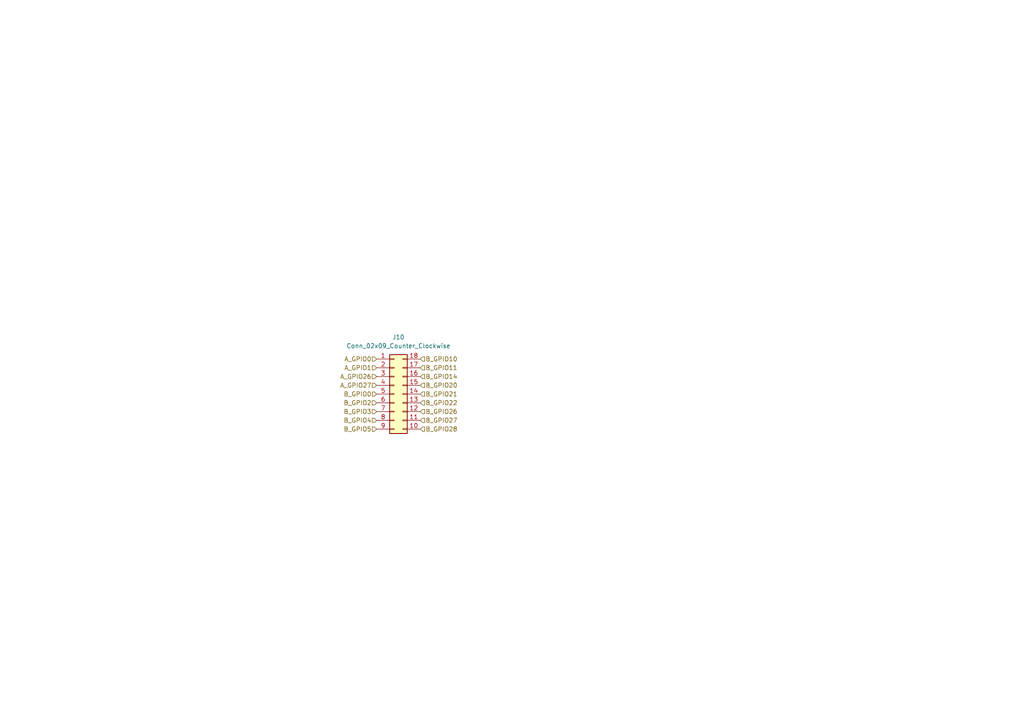
<source format=kicad_sch>
(kicad_sch (version 20230121) (generator eeschema)
  (paper "A4")
  (lib_symbols
    (symbol "Connector_Generic:Conn_02x09_Counter_Clockwise" (pin_names (offset 1.016) hide)
      (property "Reference" "J" (at 1.27 12.7 0))
      (property "Value" "Conn_02x09_Counter_Clockwise" (at 1.27 -12.7 0))
      (symbol "Conn_02x09_Counter_Clockwise_1_1"
        (rectangle (start -1.27 -10.033) (end 0 -10.287) (stroke (width 0.1524)))
        (rectangle (start -1.27 -7.493) (end 0 -7.747) (stroke (width 0.1524)))
        (rectangle (start -1.27 -4.953) (end 0 -5.207) (stroke (width 0.1524)))
        (rectangle (start -1.27 -2.413) (end 0 -2.667) (stroke (width 0.1524)))
        (rectangle (start -1.27 0.127) (end 0 -0.127) (stroke (width 0.1524)))
        (rectangle (start -1.27 2.667) (end 0 2.413) (stroke (width 0.1524)))
        (rectangle (start -1.27 5.207) (end 0 4.953) (stroke (width 0.1524)))
        (rectangle (start -1.27 7.747) (end 0 7.493) (stroke (width 0.1524)))
        (rectangle (start -1.27 10.287) (end 0 10.033) (stroke (width 0.1524)))
        (rectangle (start -1.27 11.43) (end 3.81 -11.43) (stroke (width 0.254)) (fill (type background)))
        (rectangle (start 3.81 -10.033) (end 2.54 -10.287) (stroke (width 0.1524)))
        (rectangle (start 3.81 -7.493) (end 2.54 -7.747) (stroke (width 0.1524)))
        (rectangle (start 3.81 -4.953) (end 2.54 -5.207) (stroke (width 0.1524)))
        (rectangle (start 3.81 -2.413) (end 2.54 -2.667) (stroke (width 0.1524)))
        (rectangle (start 3.81 0.127) (end 2.54 -0.127) (stroke (width 0.1524)))
        (rectangle (start 3.81 2.667) (end 2.54 2.413) (stroke (width 0.1524)))
        (rectangle (start 3.81 5.207) (end 2.54 4.953) (stroke (width 0.1524)))
        (rectangle (start 3.81 7.747) (end 2.54 7.493) (stroke (width 0.1524)))
        (rectangle (start 3.81 10.287) (end 2.54 10.033) (stroke (width 0.1524)))
        (pin passive line (at -5.08 10.16 0) (length 3.81) (name "Pin_1") (number "1"))
        (pin passive line (at 7.62 -10.16 180) (length 3.81) (name "Pin_10") (number "10"))
        (pin passive line (at 7.62 -7.62 180) (length 3.81) (name "Pin_11") (number "11"))
        (pin passive line (at 7.62 -5.08 180) (length 3.81) (name "Pin_12") (number "12"))
        (pin passive line (at 7.62 -2.54 180) (length 3.81) (name "Pin_13") (number "13"))
        (pin passive line (at 7.62 0 180) (length 3.81) (name "Pin_14") (number "14"))
        (pin passive line (at 7.62 2.54 180) (length 3.81) (name "Pin_15") (number "15"))
        (pin passive line (at 7.62 5.08 180) (length 3.81) (name "Pin_16") (number "16"))
        (pin passive line (at 7.62 7.62 180) (length 3.81) (name "Pin_17") (number "17"))
        (pin passive line (at 7.62 10.16 180) (length 3.81) (name "Pin_18") (number "18"))
        (pin passive line (at -5.08 7.62 0) (length 3.81) (name "Pin_2") (number "2"))
        (pin passive line (at -5.08 5.08 0) (length 3.81) (name "Pin_3") (number "3"))
        (pin passive line (at -5.08 2.54 0) (length 3.81) (name "Pin_4") (number "4"))
        (pin passive line (at -5.08 0 0) (length 3.81) (name "Pin_5") (number "5"))
        (pin passive line (at -5.08 -2.54 0) (length 3.81) (name "Pin_6") (number "6"))
        (pin passive line (at -5.08 -5.08 0) (length 3.81) (name "Pin_7") (number "7"))
        (pin passive line (at -5.08 -7.62 0) (length 3.81) (name "Pin_8") (number "8"))
        (pin passive line (at -5.08 -10.16 0) (length 3.81) (name "Pin_9") (number "9"))
      )
    )
  )
  (hierarchical_label "A_GPIO26" (shape input) (at 109.22 109.22 180))
  (hierarchical_label "A_GPIO0" (shape input) (at 109.22 104.14 180))
  (hierarchical_label "B_GPIO11" (shape input) (at 121.92 106.68 0))
  (hierarchical_label "B_GPIO22" (shape input) (at 121.92 116.84 0))
  (hierarchical_label "B_GPIO14" (shape input) (at 121.92 109.22 0))
  (hierarchical_label "B_GPIO5" (shape input) (at 109.22 124.46 180))
  (hierarchical_label "A_GPIO1" (shape input) (at 109.22 106.68 180))
  (hierarchical_label "B_GPIO2" (shape input) (at 109.22 116.84 180))
  (hierarchical_label "B_GPIO3" (shape input) (at 109.22 119.38 180))
  (hierarchical_label "B_GPIO26" (shape input) (at 121.92 119.38 0))
  (hierarchical_label "A_GPIO27" (shape input) (at 109.22 111.76 180))
  (hierarchical_label "B_GPIO4" (shape input) (at 109.22 121.92 180))
  (hierarchical_label "B_GPIO10" (shape input) (at 121.92 104.14 0))
  (hierarchical_label "B_GPIO28" (shape input) (at 121.92 124.46 0))
  (hierarchical_label "B_GPIO21" (shape input) (at 121.92 114.3 0))
  (hierarchical_label "B_GPIO20" (shape input) (at 121.92 111.76 0))
  (hierarchical_label "B_GPIO27" (shape input) (at 121.92 121.92 0))
  (hierarchical_label "B_GPIO0" (shape input) (at 109.22 114.3 180))
  (symbol (lib_id "Connector_Generic:Conn_02x09_Counter_Clockwise") (at 114.3 114.3 0) (unit 1)
    (property "Reference" "J10" (at 115.57 97.79 0))
    (property "Value" "Conn_02x09_Counter_Clockwise" (at 115.57 100.33 0))
    (property "Footprint" "Connector_PinSocket_2.00mm:PinSocket_2x09_P2.00mm_Vertical" (effects hide))
  )
)
</source>
